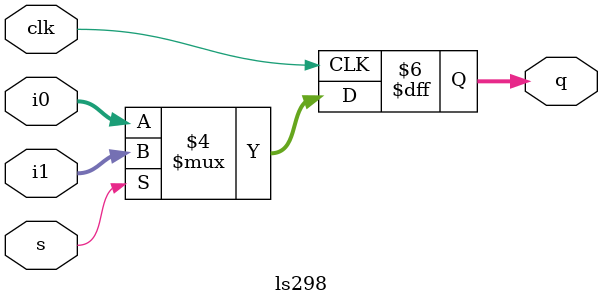
<source format=sv>

/*       _____________
       _|             |_
i1(1) |_|1          16|_| VCC
       _|             |_                     
i1(0) |_|2          15|_| q(0)
       _|             |_
i0(0) |_|3          14|_| q(1)
       _|             |_
i0(1) |_|4          13|_| q(2)
       _|             |_
i1(2) |_|5          12|_| q(3)
       _|             |_
i1(3) |_|6          11|_| clk
       _|             |_
i0(3) |_|7          10|_| s
       _|             |_
GND   |_|8           9|_| i0(2)
        |_____________|
*/

module ls298
(
	input  [3:0] i0,
	input  [3:0] i1,
	input        clk,
	input        s,
	output [3:0] q
);

always_ff @(negedge clk) begin
	if(!s)
		q <= i0;
	else
		q <= i1;
end

endmodule

</source>
